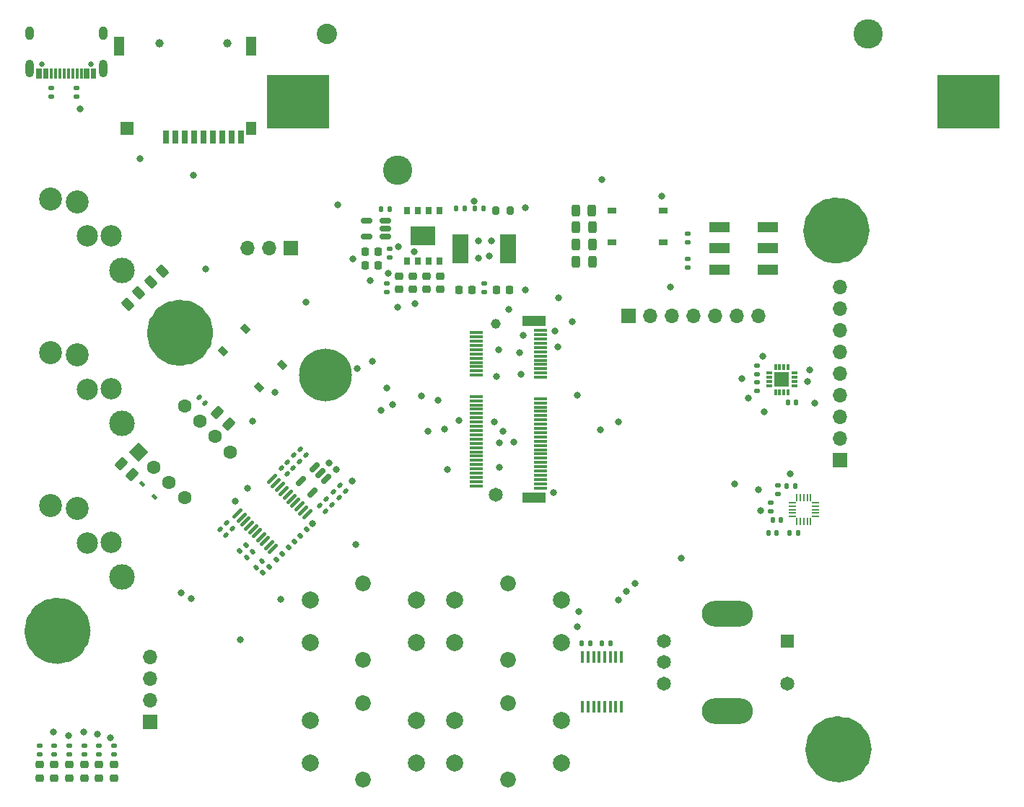
<source format=gbr>
%TF.GenerationSoftware,KiCad,Pcbnew,(6.0.5)*%
%TF.CreationDate,2022-06-18T00:07:38+02:00*%
%TF.ProjectId,clarinoid-devboard,636c6172-696e-46f6-9964-2d646576626f,rev?*%
%TF.SameCoordinates,Original*%
%TF.FileFunction,Soldermask,Top*%
%TF.FilePolarity,Negative*%
%FSLAX46Y46*%
G04 Gerber Fmt 4.6, Leading zero omitted, Abs format (unit mm)*
G04 Created by KiCad (PCBNEW (6.0.5)) date 2022-06-18 00:07:38*
%MOMM*%
%LPD*%
G01*
G04 APERTURE LIST*
G04 Aperture macros list*
%AMRoundRect*
0 Rectangle with rounded corners*
0 $1 Rounding radius*
0 $2 $3 $4 $5 $6 $7 $8 $9 X,Y pos of 4 corners*
0 Add a 4 corners polygon primitive as box body*
4,1,4,$2,$3,$4,$5,$6,$7,$8,$9,$2,$3,0*
0 Add four circle primitives for the rounded corners*
1,1,$1+$1,$2,$3*
1,1,$1+$1,$4,$5*
1,1,$1+$1,$6,$7*
1,1,$1+$1,$8,$9*
0 Add four rect primitives between the rounded corners*
20,1,$1+$1,$2,$3,$4,$5,0*
20,1,$1+$1,$4,$5,$6,$7,0*
20,1,$1+$1,$6,$7,$8,$9,0*
20,1,$1+$1,$8,$9,$2,$3,0*%
%AMHorizOval*
0 Thick line with rounded ends*
0 $1 width*
0 $2 $3 position (X,Y) of the first rounded end (center of the circle)*
0 $4 $5 position (X,Y) of the second rounded end (center of the circle)*
0 Add line between two ends*
20,1,$1,$2,$3,$4,$5,0*
0 Add two circle primitives to create the rounded ends*
1,1,$1,$2,$3*
1,1,$1,$4,$5*%
%AMRotRect*
0 Rectangle, with rotation*
0 The origin of the aperture is its center*
0 $1 length*
0 $2 width*
0 $3 Rotation angle, in degrees counterclockwise*
0 Add horizontal line*
21,1,$1,$2,0,0,$3*%
%AMFreePoly0*
4,1,14,0.354215,0.088284,0.450784,-0.008285,0.462500,-0.036569,0.462500,-0.060000,0.450784,-0.088284,0.422500,-0.100000,-0.422500,-0.100000,-0.450784,-0.088284,-0.462500,-0.060000,-0.462500,0.060000,-0.450784,0.088284,-0.422500,0.100000,0.325931,0.100000,0.354215,0.088284,0.354215,0.088284,$1*%
%AMFreePoly1*
4,1,14,0.450784,0.088284,0.462500,0.060000,0.462500,0.036569,0.450784,0.008285,0.354215,-0.088284,0.325931,-0.100000,-0.422500,-0.100000,-0.450784,-0.088284,-0.462500,-0.060000,-0.462500,0.060000,-0.450784,0.088284,-0.422500,0.100000,0.422500,0.100000,0.450784,0.088284,0.450784,0.088284,$1*%
%AMFreePoly2*
4,1,14,0.088284,0.450784,0.100000,0.422500,0.100000,-0.422500,0.088284,-0.450784,0.060000,-0.462500,-0.060000,-0.462500,-0.088284,-0.450784,-0.100000,-0.422500,-0.100000,0.325931,-0.088284,0.354215,0.008285,0.450784,0.036569,0.462500,0.060000,0.462500,0.088284,0.450784,0.088284,0.450784,$1*%
%AMFreePoly3*
4,1,14,-0.008285,0.450784,0.088284,0.354215,0.100000,0.325931,0.100000,-0.422500,0.088284,-0.450784,0.060000,-0.462500,-0.060000,-0.462500,-0.088284,-0.450784,-0.100000,-0.422500,-0.100000,0.422500,-0.088284,0.450784,-0.060000,0.462500,-0.036569,0.462500,-0.008285,0.450784,-0.008285,0.450784,$1*%
%AMFreePoly4*
4,1,14,0.450784,0.088284,0.462500,0.060000,0.462500,-0.060000,0.450784,-0.088284,0.422500,-0.100000,-0.325931,-0.100000,-0.354215,-0.088284,-0.450784,0.008285,-0.462500,0.036569,-0.462500,0.060000,-0.450784,0.088284,-0.422500,0.100000,0.422500,0.100000,0.450784,0.088284,0.450784,0.088284,$1*%
%AMFreePoly5*
4,1,14,0.450784,0.088284,0.462500,0.060000,0.462500,-0.060000,0.450784,-0.088284,0.422500,-0.100000,-0.422500,-0.100000,-0.450784,-0.088284,-0.462500,-0.060000,-0.462500,-0.036569,-0.450784,-0.008285,-0.354215,0.088284,-0.325931,0.100000,0.422500,0.100000,0.450784,0.088284,0.450784,0.088284,$1*%
%AMFreePoly6*
4,1,14,0.088284,0.450784,0.100000,0.422500,0.100000,-0.325931,0.088284,-0.354215,-0.008285,-0.450784,-0.036569,-0.462500,-0.060000,-0.462500,-0.088284,-0.450784,-0.100000,-0.422500,-0.100000,0.422500,-0.088284,0.450784,-0.060000,0.462500,0.060000,0.462500,0.088284,0.450784,0.088284,0.450784,$1*%
%AMFreePoly7*
4,1,14,0.088284,0.450784,0.100000,0.422500,0.100000,-0.422500,0.088284,-0.450784,0.060000,-0.462500,0.036569,-0.462500,0.008285,-0.450784,-0.088284,-0.354215,-0.100000,-0.325931,-0.100000,0.422500,-0.088284,0.450784,-0.060000,0.462500,0.060000,0.462500,0.088284,0.450784,0.088284,0.450784,$1*%
G04 Aperture macros list end*
%ADD10C,3.883298*%
%ADD11C,6.200000*%
%ADD12R,2.750000X1.200000*%
%ADD13C,1.650000*%
%ADD14C,1.150000*%
%ADD15R,1.550000X0.300000*%
%ADD16RoundRect,0.218750X0.256250X-0.218750X0.256250X0.218750X-0.256250X0.218750X-0.256250X-0.218750X0*%
%ADD17RoundRect,0.140000X-0.219203X-0.021213X-0.021213X-0.219203X0.219203X0.021213X0.021213X0.219203X0*%
%ADD18RoundRect,0.225000X0.225000X0.250000X-0.225000X0.250000X-0.225000X-0.250000X0.225000X-0.250000X0*%
%ADD19RoundRect,0.135000X0.185000X-0.135000X0.185000X0.135000X-0.185000X0.135000X-0.185000X-0.135000X0*%
%ADD20R,1.700000X1.700000*%
%ADD21O,1.700000X1.700000*%
%ADD22RoundRect,0.225000X-0.250000X0.225000X-0.250000X-0.225000X0.250000X-0.225000X0.250000X0.225000X0*%
%ADD23RoundRect,0.135000X-0.185000X0.135000X-0.185000X-0.135000X0.185000X-0.135000X0.185000X0.135000X0*%
%ADD24RotRect,0.600000X0.450000X315.000000*%
%ADD25RotRect,1.600000X1.600000X45.000000*%
%ADD26HorizOval,1.600000X0.000000X0.000000X0.000000X0.000000X0*%
%ADD27RoundRect,0.140000X0.170000X-0.140000X0.170000X0.140000X-0.170000X0.140000X-0.170000X-0.140000X0*%
%ADD28RoundRect,0.135000X0.135000X0.185000X-0.135000X0.185000X-0.135000X-0.185000X0.135000X-0.185000X0*%
%ADD29RoundRect,0.140000X0.140000X0.170000X-0.140000X0.170000X-0.140000X-0.170000X0.140000X-0.170000X0*%
%ADD30R,0.450000X1.475000*%
%ADD31R,0.700000X0.950000*%
%ADD32R,2.850000X2.250000*%
%ADD33R,2.375000X1.300000*%
%ADD34RoundRect,0.140000X0.021213X-0.219203X0.219203X-0.021213X-0.021213X0.219203X-0.219203X0.021213X0*%
%ADD35C,1.850000*%
%ADD36C,2.000000*%
%ADD37C,2.390000*%
%ADD38C,3.450000*%
%ADD39R,7.340000X6.350000*%
%ADD40R,1.850000X3.500000*%
%ADD41RoundRect,0.135000X-0.135000X-0.185000X0.135000X-0.185000X0.135000X0.185000X-0.135000X0.185000X0*%
%ADD42RoundRect,0.243750X0.243750X0.456250X-0.243750X0.456250X-0.243750X-0.456250X0.243750X-0.456250X0*%
%ADD43C,2.700000*%
%ADD44C,2.500000*%
%ADD45C,3.000000*%
%ADD46C,4.400000*%
%ADD47RoundRect,0.140000X0.219203X0.021213X0.021213X0.219203X-0.219203X-0.021213X-0.021213X-0.219203X0*%
%ADD48RoundRect,0.243750X-0.243750X-0.456250X0.243750X-0.456250X0.243750X0.456250X-0.243750X0.456250X0*%
%ADD49RoundRect,0.150000X0.512500X0.150000X-0.512500X0.150000X-0.512500X-0.150000X0.512500X-0.150000X0*%
%ADD50RoundRect,0.135000X-0.035355X0.226274X-0.226274X0.035355X0.035355X-0.226274X0.226274X-0.035355X0*%
%ADD51RoundRect,0.250000X0.132583X-0.503814X0.503814X-0.132583X-0.132583X0.503814X-0.503814X0.132583X0*%
%ADD52RoundRect,0.250000X0.503814X0.132583X0.132583X0.503814X-0.503814X-0.132583X-0.132583X-0.503814X0*%
%ADD53FreePoly0,0.000000*%
%ADD54RoundRect,0.050000X-0.412500X-0.050000X0.412500X-0.050000X0.412500X0.050000X-0.412500X0.050000X0*%
%ADD55FreePoly1,0.000000*%
%ADD56FreePoly2,0.000000*%
%ADD57RoundRect,0.050000X-0.050000X-0.412500X0.050000X-0.412500X0.050000X0.412500X-0.050000X0.412500X0*%
%ADD58FreePoly3,0.000000*%
%ADD59FreePoly4,0.000000*%
%ADD60FreePoly5,0.000000*%
%ADD61FreePoly6,0.000000*%
%ADD62FreePoly7,0.000000*%
%ADD63C,1.000000*%
%ADD64R,0.700000X1.600000*%
%ADD65R,1.200000X1.500000*%
%ADD66R,1.200000X2.200000*%
%ADD67R,1.600000X1.500000*%
%ADD68RoundRect,0.135000X0.035355X-0.226274X0.226274X-0.035355X-0.035355X0.226274X-0.226274X0.035355X0*%
%ADD69RoundRect,0.100000X-0.380070X-0.521491X0.521491X0.380070X0.380070X0.521491X-0.521491X-0.380070X0*%
%ADD70R,0.300000X0.800000*%
%ADD71R,0.800000X0.300000*%
%ADD72R,1.800000X1.800000*%
%ADD73C,0.650000*%
%ADD74R,0.300000X1.150000*%
%ADD75O,1.000000X1.600000*%
%ADD76O,1.000000X2.100000*%
%ADD77RoundRect,0.200000X0.200000X0.275000X-0.200000X0.275000X-0.200000X-0.275000X0.200000X-0.275000X0*%
%ADD78RoundRect,0.225000X-0.225000X-0.250000X0.225000X-0.250000X0.225000X0.250000X-0.225000X0.250000X0*%
%ADD79RoundRect,0.140000X-0.140000X-0.170000X0.140000X-0.170000X0.140000X0.170000X-0.140000X0.170000X0*%
%ADD80R,1.000000X0.750000*%
%ADD81R,1.650000X1.650000*%
%ADD82O,6.000000X3.000000*%
%ADD83RoundRect,0.250000X-0.503814X-0.132583X-0.132583X-0.503814X0.503814X0.132583X0.132583X0.503814X0*%
%ADD84RotRect,1.000000X0.750000X315.000000*%
%ADD85RoundRect,0.150000X0.256326X0.468458X-0.468458X-0.256326X-0.256326X-0.468458X0.468458X0.256326X0*%
%ADD86C,0.800000*%
G04 APERTURE END LIST*
%TO.C,H2*%
D10*
X187352453Y-112347034D02*
G75*
G03*
X187352453Y-112347034I-1941649J0D01*
G01*
%TO.C,H4*%
X95724457Y-98447034D02*
G75*
G03*
X95724457Y-98447034I-1941649J0D01*
G01*
%TO.C,H5*%
X187102453Y-51447034D02*
G75*
G03*
X187102453Y-51447034I-1941649J0D01*
G01*
%TO.C,H3*%
X110102453Y-63447034D02*
G75*
G03*
X110102453Y-63447034I-1941649J0D01*
G01*
%TD*%
D11*
%TO.C,H1*%
X125198312Y-68434542D03*
%TD*%
D12*
%TO.C,U3*%
X149698312Y-82784542D03*
X149698312Y-62084542D03*
D13*
X145198312Y-82434542D03*
D14*
X145198312Y-62434542D03*
D15*
X150473312Y-81684542D03*
X142923312Y-81434542D03*
X150473312Y-81184542D03*
X142923312Y-80934542D03*
X150473312Y-80684542D03*
X142923312Y-80434542D03*
X150473312Y-80184542D03*
X142923312Y-79934542D03*
X150473312Y-79684542D03*
X142923312Y-79434542D03*
X150473312Y-79184542D03*
X142923312Y-78934542D03*
X150473312Y-78684542D03*
X142923312Y-78434542D03*
X150473312Y-78184542D03*
X142923312Y-77934542D03*
X150473312Y-77684542D03*
X142923312Y-77434542D03*
X150473312Y-77184542D03*
X142923312Y-76934542D03*
X150473312Y-76684542D03*
X142923312Y-76434542D03*
X150473312Y-76184542D03*
X142923312Y-75934542D03*
X150473312Y-75684542D03*
X142923312Y-75434542D03*
X150473312Y-75184542D03*
X142923312Y-74934542D03*
X150473312Y-74684542D03*
X142923312Y-74434542D03*
X150473312Y-74184542D03*
X142923312Y-73934542D03*
X150473312Y-73684542D03*
X142923312Y-73434542D03*
X150473312Y-73184542D03*
X142923312Y-72934542D03*
X150473312Y-72684542D03*
X142923312Y-72434542D03*
X150473312Y-72184542D03*
X142923312Y-71934542D03*
X150473312Y-71684542D03*
X142923312Y-71434542D03*
X150473312Y-71184542D03*
X142923312Y-70934542D03*
X150473312Y-68684542D03*
X142923312Y-68434542D03*
X150473312Y-68184542D03*
X142923312Y-67934542D03*
X150473312Y-67684542D03*
X142923312Y-67434542D03*
X150473312Y-67184542D03*
X142923312Y-66934542D03*
X150473312Y-66684542D03*
X142923312Y-66434542D03*
X150473312Y-66184542D03*
X142923312Y-65934542D03*
X150473312Y-65684542D03*
X142923312Y-65434542D03*
X150473312Y-65184542D03*
X142923312Y-64934542D03*
X150473312Y-64684542D03*
X142923312Y-64434542D03*
X150473312Y-64184542D03*
X142923312Y-63934542D03*
X150473312Y-63684542D03*
X142923312Y-63434542D03*
X150473312Y-63184542D03*
%TD*%
D16*
%TO.C,D5*%
X91660804Y-115734534D03*
X91660804Y-114159534D03*
%TD*%
D17*
%TO.C,C4*%
X126883077Y-81371386D03*
X127561899Y-82050208D03*
%TD*%
D18*
%TO.C,C28*%
X131420804Y-55512034D03*
X129870804Y-55512034D03*
%TD*%
D19*
%TO.C,R38*%
X98660804Y-112947034D03*
X98660804Y-111927034D03*
%TD*%
D20*
%TO.C,J14*%
X185566565Y-78397523D03*
D21*
X185566565Y-75857523D03*
X185566565Y-73317523D03*
X185566565Y-70777523D03*
X185566565Y-68237523D03*
X185566565Y-65697523D03*
X185566565Y-63157523D03*
X185566565Y-60617523D03*
X185566565Y-58077523D03*
%TD*%
D22*
%TO.C,C21*%
X135460804Y-56797034D03*
X135460804Y-58347034D03*
%TD*%
D16*
%TO.C,D7*%
X93410804Y-115734534D03*
X93410804Y-114159534D03*
%TD*%
D19*
%TO.C,R35*%
X93410804Y-112947034D03*
X93410804Y-111927034D03*
%TD*%
D23*
%TO.C,R40*%
X167760804Y-51837034D03*
X167760804Y-52857034D03*
%TD*%
D24*
%TO.C,D6*%
X103675702Y-81230055D03*
X105160626Y-82714979D03*
%TD*%
D25*
%TO.C,U8*%
X103286793Y-77447034D03*
D26*
X105082844Y-79243085D03*
X106878895Y-81039136D03*
X108674947Y-82835188D03*
X114063100Y-77447034D03*
X112267049Y-75650983D03*
X110470998Y-73854932D03*
X108674947Y-72058880D03*
%TD*%
D27*
%TO.C,C23*%
X132460804Y-58657034D03*
X132460804Y-57697034D03*
%TD*%
D28*
%TO.C,R10*%
X132770804Y-48912034D03*
X131750804Y-48912034D03*
%TD*%
D27*
%TO.C,C26*%
X132745804Y-54572034D03*
X132745804Y-53612034D03*
%TD*%
D17*
%TO.C,C14*%
X122226946Y-77146256D03*
X122905768Y-77825078D03*
%TD*%
D29*
%TO.C,C25*%
X178140804Y-86947034D03*
X177180804Y-86947034D03*
%TD*%
D16*
%TO.C,D9*%
X96910804Y-115734534D03*
X96910804Y-114159534D03*
%TD*%
D18*
%TO.C,C18*%
X142435804Y-58397034D03*
X140885804Y-58397034D03*
%TD*%
D22*
%TO.C,C20*%
X137060804Y-56797034D03*
X137060804Y-58347034D03*
%TD*%
D30*
%TO.C,IC1*%
X155385804Y-107385034D03*
X156035804Y-107385034D03*
X156685804Y-107385034D03*
X157335804Y-107385034D03*
X157985804Y-107385034D03*
X158635804Y-107385034D03*
X159285804Y-107385034D03*
X159935804Y-107385034D03*
X159935804Y-101509034D03*
X159285804Y-101509034D03*
X158635804Y-101509034D03*
X157985804Y-101509034D03*
X157335804Y-101509034D03*
X156685804Y-101509034D03*
X156035804Y-101509034D03*
X155385804Y-101509034D03*
%TD*%
D31*
%TO.C,IC2*%
X138560804Y-49097034D03*
X137290804Y-49097034D03*
X136020804Y-49097034D03*
X134750804Y-49097034D03*
X134750804Y-55047034D03*
X136020804Y-55047034D03*
X137290804Y-55047034D03*
X138560804Y-55047034D03*
D32*
X136655804Y-52072034D03*
%TD*%
D33*
%TO.C,U10*%
X177118804Y-51032034D03*
X177118804Y-53532034D03*
X177118804Y-56032034D03*
X171492804Y-56032034D03*
X171492804Y-53532034D03*
X171492804Y-51032034D03*
%TD*%
D34*
%TO.C,C12*%
X117099730Y-90977956D03*
X117778552Y-90299134D03*
%TD*%
D35*
%TO.C,SW4*%
X129660804Y-115947034D03*
X129660804Y-106947034D03*
D36*
X135910804Y-113947034D03*
X123410804Y-113947034D03*
X135910804Y-108947034D03*
X123410804Y-108947034D03*
%TD*%
D37*
%TO.C,BT1*%
X125388304Y-28346568D03*
D38*
X133718304Y-44346568D03*
X188918304Y-28346568D03*
D39*
X121988304Y-36346568D03*
X200648304Y-36346568D03*
%TD*%
D40*
%TO.C,L1*%
X141060804Y-53612034D03*
X146660804Y-53612034D03*
%TD*%
D41*
%TO.C,R4*%
X179328304Y-81422514D03*
X180348304Y-81422514D03*
%TD*%
D35*
%TO.C,SW3*%
X129660804Y-101847034D03*
X129660804Y-92847034D03*
D36*
X135910804Y-99847034D03*
X123410804Y-99847034D03*
X135910804Y-94847034D03*
X123410804Y-94847034D03*
%TD*%
D23*
%TO.C,R41*%
X167760804Y-54747034D03*
X167760804Y-55767034D03*
%TD*%
D16*
%TO.C,D11*%
X100410804Y-115734534D03*
X100410804Y-114159534D03*
%TD*%
D42*
%TO.C,D1*%
X156518304Y-55096568D03*
X154643304Y-55096568D03*
%TD*%
D19*
%TO.C,R44*%
X175841565Y-70307523D03*
X175841565Y-69287523D03*
%TD*%
D29*
%TO.C,C15*%
X143740804Y-48897034D03*
X142780804Y-48897034D03*
%TD*%
D43*
%TO.C,J10*%
X92973798Y-65760028D03*
X96120423Y-66078226D03*
D44*
X97322505Y-70108735D03*
X100080221Y-70038024D03*
D45*
X101317658Y-74103888D03*
%TD*%
D46*
%TO.C,H2*%
X185410804Y-112347034D03*
%TD*%
D17*
%TO.C,C27*%
X110442714Y-71026505D03*
X111121536Y-71705327D03*
%TD*%
D47*
%TO.C,C8*%
X113501248Y-87229599D03*
X112822426Y-86550777D03*
%TD*%
%TO.C,C5*%
X126017038Y-83623354D03*
X125338216Y-82944532D03*
%TD*%
D34*
%TO.C,C9*%
X115982501Y-89832443D03*
X116661323Y-89153621D03*
%TD*%
D20*
%TO.C,J5*%
X104635804Y-109102348D03*
D21*
X104635804Y-106562348D03*
X104635804Y-104022348D03*
X104635804Y-101482348D03*
%TD*%
D16*
%TO.C,D8*%
X95160804Y-115734534D03*
X95160804Y-114159534D03*
%TD*%
D48*
%TO.C,D2*%
X154643304Y-53096568D03*
X156518304Y-53096568D03*
%TD*%
D49*
%TO.C,U11*%
X132283304Y-52162034D03*
X132283304Y-51212034D03*
X132283304Y-50262034D03*
X130008304Y-50262034D03*
X130008304Y-52162034D03*
%TD*%
D50*
%TO.C,R6*%
X118613630Y-90913626D03*
X117892382Y-91634874D03*
%TD*%
D35*
%TO.C,SW2*%
X146660804Y-92847034D03*
X146660804Y-101847034D03*
D36*
X152910804Y-99847034D03*
X140410804Y-99847034D03*
X152910804Y-94847034D03*
X140410804Y-94847034D03*
%TD*%
D29*
%TO.C,C24*%
X178648304Y-85422514D03*
X177688304Y-85422514D03*
%TD*%
D17*
%TO.C,C11*%
X121519839Y-77853363D03*
X122198661Y-78532185D03*
%TD*%
D19*
%TO.C,R34*%
X91660804Y-112947034D03*
X91660804Y-111927034D03*
%TD*%
D47*
%TO.C,C6*%
X125225078Y-84387029D03*
X124546256Y-83708207D03*
%TD*%
D22*
%TO.C,C17*%
X138660804Y-56797034D03*
X138660804Y-58347034D03*
%TD*%
D51*
%TO.C,R21*%
X102015569Y-60092269D03*
X103306039Y-58801799D03*
%TD*%
D52*
%TO.C,R22*%
X113840362Y-74141310D03*
X112549892Y-72850840D03*
%TD*%
D48*
%TO.C,D4*%
X154580804Y-49096568D03*
X156455804Y-49096568D03*
%TD*%
D19*
%TO.C,R37*%
X96910804Y-112957034D03*
X96910804Y-111937034D03*
%TD*%
D53*
%TO.C,U4*%
X179960804Y-83422514D03*
D54*
X179960804Y-83822514D03*
X179960804Y-84222514D03*
X179960804Y-84622514D03*
D55*
X179960804Y-85022514D03*
D56*
X180548304Y-85610014D03*
D57*
X180948304Y-85610014D03*
X181348304Y-85610014D03*
X181748304Y-85610014D03*
D58*
X182148304Y-85610014D03*
D59*
X182735804Y-85022514D03*
D54*
X182735804Y-84622514D03*
X182735804Y-84222514D03*
X182735804Y-83822514D03*
D60*
X182735804Y-83422514D03*
D61*
X182148304Y-82835014D03*
D57*
X181748304Y-82835014D03*
X181348304Y-82835014D03*
X180948304Y-82835014D03*
D62*
X180548304Y-82835014D03*
%TD*%
D23*
%TO.C,R11*%
X143860804Y-57687034D03*
X143860804Y-58707034D03*
%TD*%
D63*
%TO.C,J3*%
X113725000Y-29437500D03*
X105725000Y-29437500D03*
D64*
X106525000Y-40437500D03*
X107625000Y-40437500D03*
X108725000Y-40437500D03*
X109825000Y-40437500D03*
X110925000Y-40437500D03*
X112025000Y-40437500D03*
X113125000Y-40437500D03*
X114225000Y-40437500D03*
X115325000Y-40437500D03*
D65*
X116525000Y-39437500D03*
D66*
X116525000Y-29837500D03*
X101025000Y-29837500D03*
D67*
X101925000Y-39437500D03*
%TD*%
D50*
%TO.C,R3*%
X123004763Y-86550777D03*
X122283515Y-87272025D03*
%TD*%
D46*
%TO.C,H4*%
X93782808Y-98447034D03*
%TD*%
D47*
%TO.C,C13*%
X121420844Y-79310003D03*
X120742022Y-78631181D03*
%TD*%
D43*
%TO.C,J1*%
X92973798Y-83760028D03*
X96120423Y-84078226D03*
D44*
X97322505Y-88108735D03*
X100080221Y-88038024D03*
D45*
X101317658Y-92103888D03*
%TD*%
D68*
%TO.C,R1*%
X119455088Y-90100452D03*
X120176336Y-89379204D03*
%TD*%
D16*
%TO.C,D10*%
X98660804Y-115734534D03*
X98660804Y-114159534D03*
%TD*%
D23*
%TO.C,R13*%
X177469108Y-83366464D03*
X177469108Y-84386464D03*
%TD*%
D17*
%TO.C,C3*%
X126138931Y-82115533D03*
X126817753Y-82794355D03*
%TD*%
D19*
%TO.C,R7*%
X93018304Y-35746568D03*
X93018304Y-34726568D03*
%TD*%
D69*
%TO.C,U1*%
X114903088Y-84689318D03*
X115362707Y-85148937D03*
X115822326Y-85608557D03*
X116281946Y-86068176D03*
X116741565Y-86527795D03*
X117201185Y-86987415D03*
X117660804Y-87447034D03*
X118120423Y-87906654D03*
X118580043Y-88366273D03*
X119039662Y-88825892D03*
X123087848Y-84777706D03*
X122628229Y-84318087D03*
X122168610Y-83858467D03*
X121708990Y-83398848D03*
X121249371Y-82939229D03*
X120789751Y-82479609D03*
X120330132Y-82019990D03*
X119870513Y-81560370D03*
X119410893Y-81100751D03*
X118951274Y-80641132D03*
%TD*%
D19*
%TO.C,R8*%
X96018304Y-35746568D03*
X96018304Y-34726568D03*
%TD*%
D42*
%TO.C,D3*%
X156518304Y-51096568D03*
X154643304Y-51096568D03*
%TD*%
D20*
%TO.C,J12*%
X160760804Y-61447034D03*
D21*
X163300804Y-61447034D03*
X165840804Y-61447034D03*
X168380804Y-61447034D03*
X170920804Y-61447034D03*
X173460804Y-61447034D03*
X176000804Y-61447034D03*
%TD*%
D46*
%TO.C,H5*%
X185160804Y-51447034D03*
%TD*%
D70*
%TO.C,IC4*%
X178016565Y-70447523D03*
X178516565Y-70447523D03*
X179016565Y-70447523D03*
X179516565Y-70447523D03*
D71*
X180266565Y-69697523D03*
X180266565Y-69197523D03*
X180266565Y-68697523D03*
X180266565Y-68197523D03*
D70*
X179516565Y-67447523D03*
X179016565Y-67447523D03*
X178516565Y-67447523D03*
X178016565Y-67447523D03*
D71*
X177266565Y-68197523D03*
X177266565Y-68697523D03*
X177266565Y-69197523D03*
X177266565Y-69697523D03*
D72*
X178766565Y-68947523D03*
%TD*%
D73*
%TO.C,J2*%
X91928304Y-31951568D03*
X97708304Y-31951568D03*
D74*
X98168304Y-33016568D03*
X97368304Y-33016568D03*
X96068304Y-33016568D03*
X95068304Y-33016568D03*
X94568304Y-33016568D03*
X93568304Y-33016568D03*
X92268304Y-33016568D03*
X91468304Y-33016568D03*
X91768304Y-33016568D03*
X92568304Y-33016568D03*
X93068304Y-33016568D03*
X94068304Y-33016568D03*
X95568304Y-33016568D03*
X96568304Y-33016568D03*
X97068304Y-33016568D03*
X97868304Y-33016568D03*
D75*
X99138304Y-28271568D03*
X90498304Y-28271568D03*
D76*
X99138304Y-32451568D03*
X90498304Y-32451568D03*
%TD*%
D35*
%TO.C,SW5*%
X146660804Y-115947034D03*
X146660804Y-106947034D03*
D36*
X152910804Y-113947034D03*
X140410804Y-113947034D03*
X152910804Y-108947034D03*
X140410804Y-108947034D03*
%TD*%
D47*
%TO.C,C10*%
X120713737Y-80017109D03*
X120034915Y-79338287D03*
%TD*%
D23*
%TO.C,R43*%
X175841565Y-67287523D03*
X175841565Y-68307523D03*
%TD*%
D19*
%TO.C,R36*%
X95160804Y-112957034D03*
X95160804Y-111937034D03*
%TD*%
D28*
%TO.C,R18*%
X156280804Y-99947034D03*
X155260804Y-99947034D03*
%TD*%
D43*
%TO.C,J11*%
X92973798Y-47760028D03*
X96120423Y-48078226D03*
D44*
X97322505Y-52108735D03*
X100080221Y-52038024D03*
D45*
X101317658Y-56103888D03*
%TD*%
D77*
%TO.C,R9*%
X146885804Y-49097034D03*
X145235804Y-49097034D03*
%TD*%
D50*
%TO.C,R5*%
X115890577Y-88368733D03*
X115169329Y-89089981D03*
%TD*%
D46*
%TO.C,H3*%
X108160804Y-63447034D03*
%TD*%
D22*
%TO.C,C22*%
X133860804Y-56797034D03*
X133860804Y-58347034D03*
%TD*%
D50*
%TO.C,R2*%
X121597620Y-87957919D03*
X120876372Y-88679167D03*
%TD*%
D19*
%TO.C,R14*%
X178269108Y-82386464D03*
X178269108Y-81366464D03*
%TD*%
D28*
%TO.C,R12*%
X180668304Y-86922514D03*
X179648304Y-86922514D03*
%TD*%
D78*
%TO.C,C19*%
X145285804Y-58397034D03*
X146835804Y-58397034D03*
%TD*%
D79*
%TO.C,C16*%
X140580804Y-48897034D03*
X141540804Y-48897034D03*
%TD*%
D41*
%TO.C,R17*%
X157650804Y-99947034D03*
X158670804Y-99947034D03*
%TD*%
D51*
%TO.C,R20*%
X104773285Y-57475973D03*
X106063755Y-56185503D03*
%TD*%
D79*
%TO.C,C30*%
X179461565Y-71607523D03*
X180421565Y-71607523D03*
%TD*%
D80*
%TO.C,SW1*%
X164823304Y-52822034D03*
X164823304Y-49072034D03*
X158823304Y-52822034D03*
X158823304Y-49072034D03*
%TD*%
D18*
%TO.C,C29*%
X131420804Y-53912034D03*
X129870804Y-53912034D03*
%TD*%
D81*
%TO.C,SW7*%
X179410804Y-99647034D03*
D13*
X179410804Y-104647034D03*
X164910804Y-99647034D03*
X164910804Y-104647034D03*
X164910804Y-102147034D03*
D82*
X172410804Y-96447034D03*
X172410804Y-107847034D03*
%TD*%
D17*
%TO.C,C7*%
X113600243Y-85772959D03*
X114279065Y-86451781D03*
%TD*%
D20*
%TO.C,U9*%
X121185804Y-53472034D03*
D21*
X118645804Y-53472034D03*
X116105804Y-53472034D03*
%TD*%
D19*
%TO.C,R39*%
X100410804Y-112957034D03*
X100410804Y-111937034D03*
%TD*%
D83*
%TO.C,R19*%
X101236184Y-78790537D03*
X102526654Y-80081007D03*
%TD*%
D84*
%TO.C,SW6*%
X115865309Y-62999888D03*
X113213658Y-65651539D03*
X120107950Y-67242529D03*
X117456299Y-69894180D03*
%TD*%
D85*
%TO.C,U7*%
X125315234Y-80605776D03*
X124643483Y-79934025D03*
X123971732Y-79262274D03*
X122363064Y-80870942D03*
X123706566Y-82214444D03*
%TD*%
D86*
X144448312Y-54434542D03*
X143198312Y-54684542D03*
X144698312Y-52684542D03*
X143198312Y-52684542D03*
X137443717Y-52179947D03*
X135948312Y-51684542D03*
X173198312Y-81184542D03*
X166948312Y-89934542D03*
X154198312Y-62184542D03*
X114669658Y-83232761D03*
X116083872Y-81677126D03*
X135650799Y-53972866D03*
X126660804Y-48447034D03*
X148660804Y-58447034D03*
X151960804Y-82247034D03*
X96830824Y-110358636D03*
X133760804Y-53347034D03*
X128460804Y-54747034D03*
X100009769Y-111035242D03*
X133660804Y-60447034D03*
X132591182Y-56516656D03*
X181760804Y-69147034D03*
X182660804Y-71747034D03*
X125660303Y-78740428D03*
X96410804Y-37197034D03*
X93330824Y-110325665D03*
X98482029Y-110586728D03*
X142660804Y-48046534D03*
X154760804Y-70747034D03*
X95080824Y-110718673D03*
X128328586Y-80880471D03*
X123697728Y-85829527D03*
X126455444Y-79536277D03*
X145560804Y-65447034D03*
X176660804Y-72747034D03*
X176567065Y-66188671D03*
X146760804Y-60747034D03*
X154960804Y-96147034D03*
X176060804Y-81847034D03*
X174060804Y-68847034D03*
X154760804Y-97946534D03*
X148460804Y-63747034D03*
X130760804Y-66847034D03*
X152153690Y-63239920D03*
X132460804Y-69947034D03*
X136460804Y-70847034D03*
X133060804Y-71847034D03*
X148660804Y-48747034D03*
X103500000Y-43000000D03*
X119260804Y-70447034D03*
X152460804Y-65147034D03*
X130460804Y-57347034D03*
X135760804Y-60047034D03*
X164660804Y-47447034D03*
X157660804Y-45447034D03*
X131760804Y-72547034D03*
X148160804Y-68347034D03*
X137250000Y-75000000D03*
X139500000Y-79500000D03*
X145661304Y-79247034D03*
X145660804Y-76347034D03*
X157460804Y-74847034D03*
X146060804Y-75047034D03*
X159560804Y-73947034D03*
X145060804Y-73947034D03*
X160560804Y-93847034D03*
X140860804Y-73747034D03*
X159560804Y-94847034D03*
X139160804Y-74747034D03*
X147360804Y-76247034D03*
X161560804Y-92847034D03*
X108260804Y-93947534D03*
X138460804Y-71347034D03*
X122960804Y-59847534D03*
X109460804Y-94647034D03*
X145260804Y-68547534D03*
X119960804Y-94747034D03*
X128960804Y-67647034D03*
X147960804Y-65747034D03*
X182060804Y-67847034D03*
X128760804Y-88347034D03*
X174860804Y-71147034D03*
X179760804Y-80047034D03*
X176260804Y-84347034D03*
X109750000Y-45000000D03*
X111160804Y-55947034D03*
X116660804Y-73847034D03*
X152560804Y-59347034D03*
X115260804Y-99447034D03*
X165660804Y-58047034D03*
M02*

</source>
